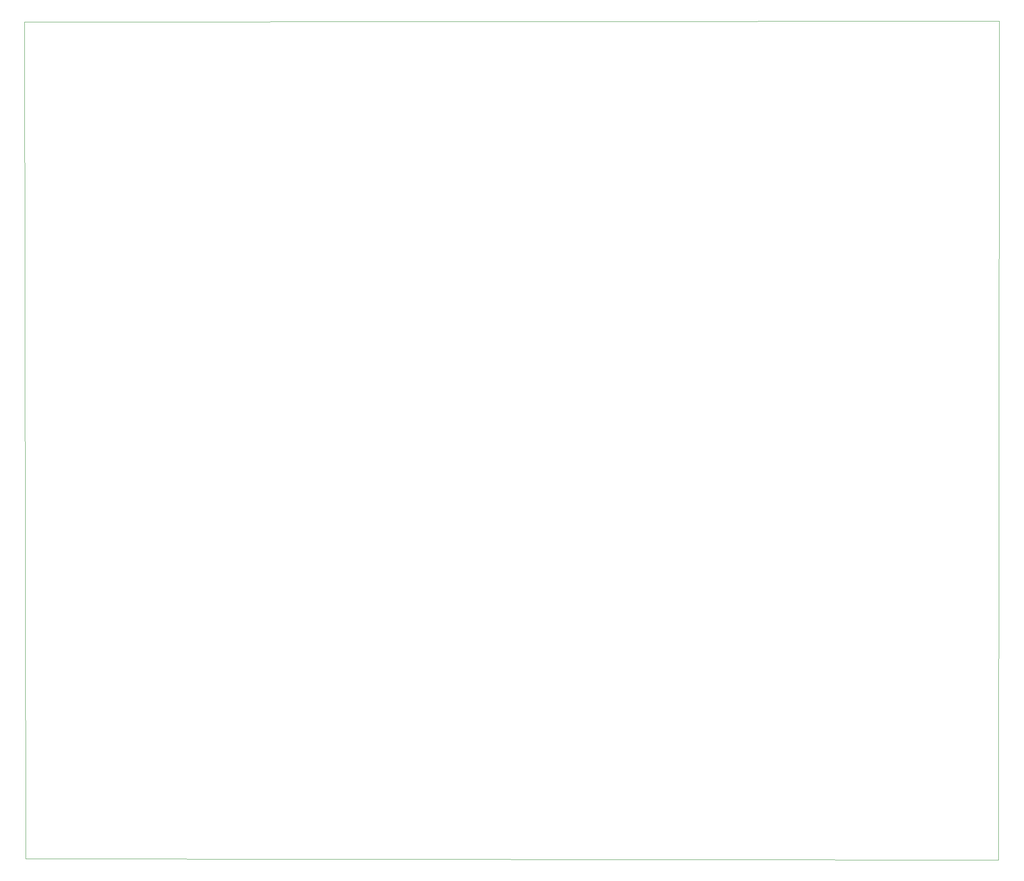
<source format=gbr>
%TF.GenerationSoftware,KiCad,Pcbnew,7.0.11+dfsg-1build4*%
%TF.CreationDate,2025-03-10T12:51:52+05:30*%
%TF.ProjectId,incubator,696e6375-6261-4746-9f72-2e6b69636164,rev?*%
%TF.SameCoordinates,Original*%
%TF.FileFunction,Profile,NP*%
%FSLAX46Y46*%
G04 Gerber Fmt 4.6, Leading zero omitted, Abs format (unit mm)*
G04 Created by KiCad (PCBNEW 7.0.11+dfsg-1build4) date 2025-03-10 12:51:52*
%MOMM*%
%LPD*%
G01*
G04 APERTURE LIST*
%TA.AperFunction,Profile*%
%ADD10C,0.050000*%
%TD*%
G04 APERTURE END LIST*
D10*
X27620000Y-13560000D02*
X27857500Y-185082500D01*
X27857500Y-185082500D02*
X227060000Y-185370000D01*
X227280064Y-21567236D02*
X227210000Y-13450000D01*
X227060000Y-185370000D02*
X227280064Y-21567236D01*
X227210000Y-13450000D02*
X27620000Y-13560000D01*
M02*

</source>
